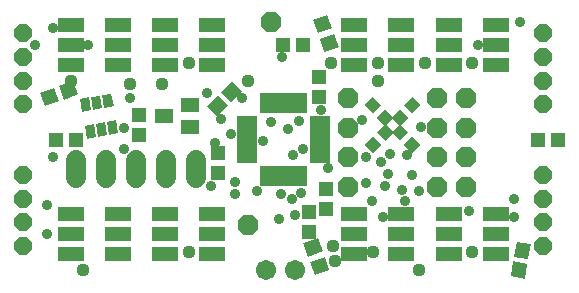
<source format=gts>
G75*
%MOIN*%
%OFA0B0*%
%FSLAX24Y24*%
%IPPOS*%
%LPD*%
%AMOC8*
5,1,8,0,0,1.08239X$1,22.5*
%
%ADD10R,0.0867X0.0513*%
%ADD11R,0.0395X0.0395*%
%ADD12R,0.0710X0.0198*%
%ADD13R,0.0198X0.0710*%
%ADD14OC8,0.0595*%
%ADD15C,0.0680*%
%ADD16R,0.0513X0.0474*%
%ADD17R,0.0631X0.0474*%
%ADD18R,0.0316X0.0434*%
%ADD19R,0.0474X0.0513*%
%ADD20OC8,0.0680*%
%ADD21C,0.0358*%
%ADD22C,0.0437*%
%ADD23C,0.0671*%
D10*
X004160Y001281D03*
X004160Y001950D03*
X004160Y002619D03*
X005735Y002619D03*
X005735Y001950D03*
X005735Y001281D03*
X007310Y001281D03*
X007310Y001950D03*
X007310Y002619D03*
X008885Y002619D03*
X008885Y001950D03*
X008885Y001281D03*
X013609Y001281D03*
X013609Y001950D03*
X013609Y002619D03*
X015184Y002619D03*
X015184Y001950D03*
X015184Y001281D03*
X016759Y001281D03*
X016759Y001950D03*
X016759Y002619D03*
X018334Y002619D03*
X018334Y001950D03*
X018334Y001281D03*
X018334Y007580D03*
X018334Y008249D03*
X018334Y008919D03*
X016759Y008919D03*
X016759Y008249D03*
X016759Y007580D03*
X015184Y007580D03*
X015184Y008249D03*
X015184Y008919D03*
X013609Y008919D03*
X013609Y008249D03*
X013609Y007580D03*
X008885Y007580D03*
X008885Y008249D03*
X008885Y008919D03*
X007310Y008919D03*
X007310Y008249D03*
X007310Y007580D03*
X005735Y007580D03*
X005735Y008249D03*
X005735Y008919D03*
X004160Y008919D03*
X004160Y008249D03*
X004160Y007580D03*
D11*
G36*
X014227Y006531D02*
X014505Y006253D01*
X014227Y005975D01*
X013949Y006253D01*
X014227Y006531D01*
G37*
G36*
X015828Y006253D02*
X015550Y005975D01*
X015272Y006253D01*
X015550Y006531D01*
X015828Y006253D01*
G37*
G36*
X015411Y005836D02*
X015133Y005558D01*
X014855Y005836D01*
X015133Y006114D01*
X015411Y005836D01*
G37*
G36*
X014645Y006114D02*
X014923Y005836D01*
X014645Y005558D01*
X014367Y005836D01*
X014645Y006114D01*
G37*
G36*
X014367Y005348D02*
X014645Y005626D01*
X014923Y005348D01*
X014645Y005070D01*
X014367Y005348D01*
G37*
G36*
X013949Y004930D02*
X014227Y005208D01*
X014505Y004930D01*
X014227Y004652D01*
X013949Y004930D01*
G37*
G36*
X015133Y005070D02*
X014855Y005348D01*
X015133Y005626D01*
X015411Y005348D01*
X015133Y005070D01*
G37*
G36*
X015550Y004652D02*
X015272Y004930D01*
X015550Y005208D01*
X015828Y004930D01*
X015550Y004652D01*
G37*
D12*
X012468Y004608D03*
X012468Y004804D03*
X012468Y005001D03*
X012468Y005198D03*
X012468Y005395D03*
X012468Y005592D03*
X012468Y005789D03*
X010027Y005789D03*
X010027Y005592D03*
X010027Y005395D03*
X010027Y005198D03*
X010027Y005001D03*
X010027Y004804D03*
X010027Y004608D03*
X010027Y004411D03*
X012468Y004411D03*
D13*
X011936Y003879D03*
X011739Y003879D03*
X011542Y003879D03*
X011345Y003879D03*
X011149Y003879D03*
X010952Y003879D03*
X010755Y003879D03*
X010558Y003879D03*
X010558Y006320D03*
X010755Y006320D03*
X010952Y006320D03*
X011149Y006320D03*
X011345Y006320D03*
X011542Y006320D03*
X011739Y006320D03*
X011936Y006320D03*
D14*
X002586Y001556D03*
X002586Y002344D03*
X002586Y003131D03*
X002586Y003919D03*
X002586Y006281D03*
X002586Y007068D03*
X002586Y007856D03*
X002586Y008643D03*
X019908Y008643D03*
X019908Y007856D03*
X019908Y007068D03*
X019908Y006281D03*
X019908Y003919D03*
X019908Y003131D03*
X019908Y002344D03*
X019908Y001556D03*
D15*
X008326Y003815D02*
X008326Y004415D01*
X007326Y004415D02*
X007326Y003815D01*
X006326Y003815D02*
X006326Y004415D01*
X005326Y004415D02*
X005326Y003815D01*
X004326Y003815D02*
X004326Y004415D01*
D16*
G36*
X003773Y006386D02*
X003293Y006211D01*
X003131Y006656D01*
X003611Y006831D01*
X003773Y006386D01*
G37*
G36*
X004402Y006615D02*
X003922Y006440D01*
X003760Y006885D01*
X004240Y007060D01*
X004402Y006615D01*
G37*
G36*
X009390Y006254D02*
X009029Y005893D01*
X008694Y006228D01*
X009055Y006589D01*
X009390Y006254D01*
G37*
G36*
X009863Y006727D02*
X009502Y006366D01*
X009167Y006701D01*
X009528Y007062D01*
X009863Y006727D01*
G37*
X012428Y006537D03*
X012428Y007206D03*
X019731Y005100D03*
X020401Y005100D03*
G36*
X018942Y001203D02*
X019031Y001706D01*
X019496Y001623D01*
X019407Y001120D01*
X018942Y001203D01*
G37*
G36*
X018825Y000544D02*
X018914Y001047D01*
X019379Y000964D01*
X019290Y000461D01*
X018825Y000544D01*
G37*
X012113Y002009D03*
X012113Y002678D03*
D17*
X008137Y005513D03*
X007271Y005887D03*
X008137Y006261D03*
D18*
G36*
X005359Y005692D02*
X005669Y005747D01*
X005745Y005320D01*
X005435Y005265D01*
X005359Y005692D01*
G37*
G36*
X004991Y005627D02*
X005301Y005682D01*
X005377Y005255D01*
X005067Y005200D01*
X004991Y005627D01*
G37*
G36*
X004623Y005562D02*
X004933Y005617D01*
X005009Y005190D01*
X004699Y005135D01*
X004623Y005562D01*
G37*
G36*
X004465Y006454D02*
X004775Y006509D01*
X004851Y006082D01*
X004541Y006027D01*
X004465Y006454D01*
G37*
G36*
X004834Y006519D02*
X005144Y006574D01*
X005220Y006147D01*
X004910Y006092D01*
X004834Y006519D01*
G37*
G36*
X005202Y006584D02*
X005512Y006639D01*
X005588Y006212D01*
X005278Y006157D01*
X005202Y006584D01*
G37*
D19*
X006424Y005926D03*
X006424Y005257D03*
X004338Y005100D03*
X003668Y005100D03*
X009082Y004647D03*
X009082Y003978D03*
X012664Y003466D03*
X012664Y002797D03*
G36*
X012394Y001826D02*
X012556Y001381D01*
X012076Y001206D01*
X011914Y001651D01*
X012394Y001826D01*
G37*
G36*
X012623Y001198D02*
X012785Y000753D01*
X012305Y000578D01*
X012143Y001023D01*
X012623Y001198D01*
G37*
X011897Y008249D03*
X011227Y008249D03*
G36*
X012391Y008647D02*
X012229Y009092D01*
X012709Y009267D01*
X012871Y008822D01*
X012391Y008647D01*
G37*
G36*
X012620Y008018D02*
X012458Y008463D01*
X012938Y008638D01*
X013100Y008193D01*
X012620Y008018D01*
G37*
D20*
X010853Y009037D03*
X013412Y006478D03*
X013412Y005493D03*
X013412Y004509D03*
X013412Y003525D03*
X016365Y003525D03*
X017349Y003525D03*
X017349Y004509D03*
X016365Y004509D03*
X016365Y005493D03*
X017349Y005493D03*
X017349Y006478D03*
X016365Y006478D03*
X010086Y002265D03*
D21*
X011090Y002462D03*
X011641Y002580D03*
X011523Y003131D03*
X011838Y003328D03*
X011168Y003289D03*
X010381Y003407D03*
X009633Y003289D03*
X009633Y003682D03*
X008845Y003564D03*
X011562Y004588D03*
X011916Y004804D03*
X010578Y005060D03*
X011405Y005454D03*
X011759Y005730D03*
X012507Y006084D03*
X013885Y005769D03*
X015834Y005533D03*
X015381Y004588D03*
X014790Y004608D03*
X014495Y004371D03*
X014003Y004509D03*
X014751Y003958D03*
X014003Y003643D03*
X014633Y003564D03*
X015204Y003426D03*
X015302Y003052D03*
X015775Y003407D03*
X015538Y003919D03*
X014200Y003052D03*
X014554Y002541D03*
X017428Y002737D03*
X018924Y002541D03*
X018924Y003131D03*
X012743Y004155D03*
X009515Y005297D03*
X008983Y005001D03*
X009180Y005789D03*
X009869Y006478D03*
X008688Y006674D03*
X010853Y005690D03*
X011208Y007856D03*
X006129Y006478D03*
X005932Y005493D03*
X005932Y004804D03*
X003570Y004509D03*
X003373Y002934D03*
X003373Y001950D03*
X002979Y008249D03*
X003570Y008840D03*
X004751Y008249D03*
X017743Y008249D03*
X019121Y009037D03*
D22*
X017546Y007659D03*
X015971Y007659D03*
X014397Y007659D03*
X014397Y007068D03*
X012822Y007659D03*
X010066Y007068D03*
X008097Y007659D03*
X007192Y006950D03*
X006129Y006950D03*
X004160Y007068D03*
X012920Y001556D03*
X012979Y001045D03*
X014239Y001359D03*
X015775Y000769D03*
X017546Y001359D03*
X008097Y001359D03*
X004554Y000769D03*
D23*
X010656Y000769D03*
X011641Y000769D03*
M02*

</source>
